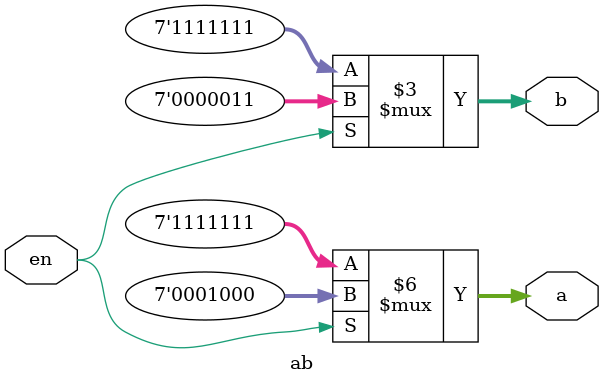
<source format=v>
module ab(en,a,b);

input en;
output reg [6:0]a;
output reg [6:0]b;

always@(*)
begin
	if (en)
	begin
		a<=7'b0001000;
		b<=7'b0000011;
	end 
	else
	begin
		a<=7'b1111111;
		b<=7'b1111111;
	end 
end
endmodule

</source>
